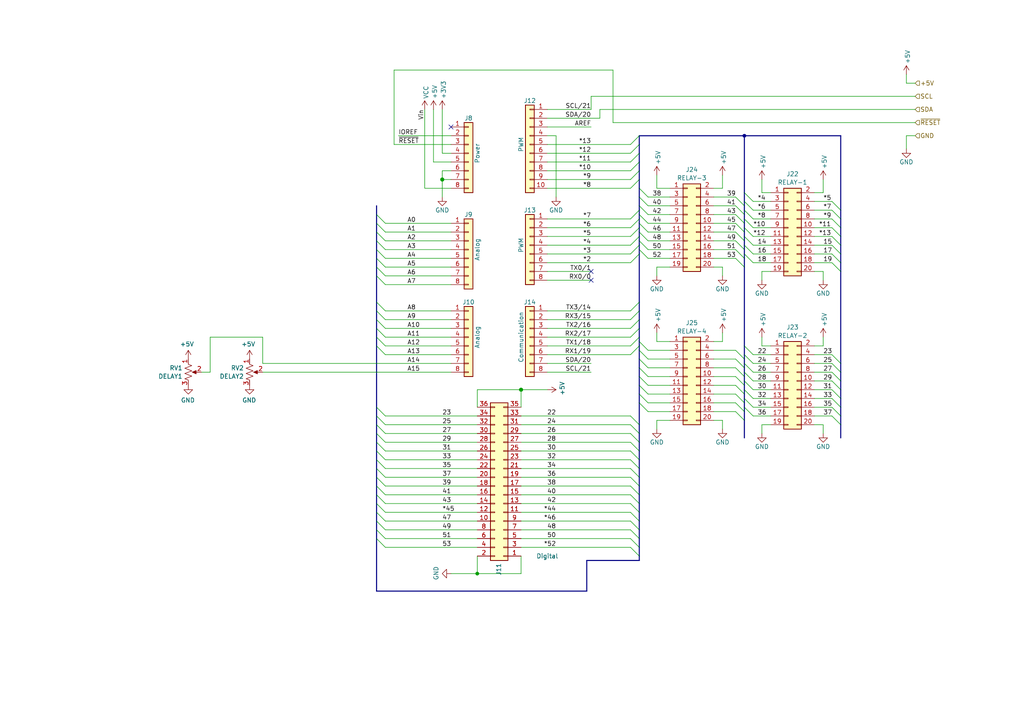
<source format=kicad_sch>
(kicad_sch (version 20230121) (generator eeschema)
  (paper "A4")
  (title_block (title "Relay Unit") (date "2023-09-16") (rev "Rev:0.01") (company "HOLLY&Co.,Ltd."))
  (lib_symbols
    (symbol "Connector_Generic:Conn_01x08" (pin_names (offset 1.016) hide)
      (property "Reference" "J" (at 0 10.16 0))
      (property "Value" "Conn_01x08" (at 0 -12.7 0))
      (symbol "Conn_01x08_1_1"
        (pin passive line (at -5.08 7.62 0) (length 3.81) (name "Pin_1") (number "1"))
        (pin passive line (at -5.08 5.08 0) (length 3.81) (name "Pin_2") (number "2"))
        (pin passive line (at -5.08 2.54 0) (length 3.81) (name "Pin_3") (number "3"))
        (pin passive line (at -5.08 0 0) (length 3.81) (name "Pin_4") (number "4"))
        (pin passive line (at -5.08 -2.54 0) (length 3.81) (name "Pin_5") (number "5"))
        (pin passive line (at -5.08 -5.08 0) (length 3.81) (name "Pin_6") (number "6"))
        (pin passive line (at -5.08 -7.62 0) (length 3.81) (name "Pin_7") (number "7"))
        (pin passive line (at -5.08 -10.16 0) (length 3.81) (name "Pin_8") (number "8"))
      )
    )
    (symbol "Connector_Generic:Conn_01x10" (pin_names (offset 1.016) hide)
      (property "Reference" "J" (at 0 12.7 0))
      (property "Value" "Conn_01x10" (at 0 -15.24 0))
      (symbol "Conn_01x10_1_1"
        (pin passive line (at -5.08 10.16 0) (length 3.81) (name "Pin_1") (number "1"))
        (pin passive line (at -5.08 -12.7 0) (length 3.81) (name "Pin_10") (number "10"))
        (pin passive line (at -5.08 7.62 0) (length 3.81) (name "Pin_2") (number "2"))
        (pin passive line (at -5.08 5.08 0) (length 3.81) (name "Pin_3") (number "3"))
        (pin passive line (at -5.08 2.54 0) (length 3.81) (name "Pin_4") (number "4"))
        (pin passive line (at -5.08 0 0) (length 3.81) (name "Pin_5") (number "5"))
        (pin passive line (at -5.08 -2.54 0) (length 3.81) (name "Pin_6") (number "6"))
        (pin passive line (at -5.08 -5.08 0) (length 3.81) (name "Pin_7") (number "7"))
        (pin passive line (at -5.08 -7.62 0) (length 3.81) (name "Pin_8") (number "8"))
        (pin passive line (at -5.08 -10.16 0) (length 3.81) (name "Pin_9") (number "9"))
      )
    )
    (symbol "Connector_Generic:Conn_02x10_Odd_Even" (pin_names (offset 1.016) hide)
      (property "Reference" "J" (at 1.27 12.7 0))
      (property "Value" "Conn_02x10_Odd_Even" (at 1.27 -15.24 0))
      (symbol "Conn_02x10_Odd_Even_1_1"
        (pin passive line (at -5.08 10.16 0) (length 3.81) (name "Pin_1") (number "1"))
        (pin passive line (at 7.62 0 180) (length 3.81) (name "Pin_10") (number "10"))
        (pin passive line (at -5.08 -2.54 0) (length 3.81) (name "Pin_11") (number "11"))
        (pin passive line (at 7.62 -2.54 180) (length 3.81) (name "Pin_12") (number "12"))
        (pin passive line (at -5.08 -5.08 0) (length 3.81) (name "Pin_13") (number "13"))
        (pin passive line (at 7.62 -5.08 180) (length 3.81) (name "Pin_14") (number "14"))
        (pin passive line (at -5.08 -7.62 0) (length 3.81) (name "Pin_15") (number "15"))
        (pin passive line (at 7.62 -7.62 180) (length 3.81) (name "Pin_16") (number "16"))
        (pin passive line (at -5.08 -10.16 0) (length 3.81) (name "Pin_17") (number "17"))
        (pin passive line (at 7.62 -10.16 180) (length 3.81) (name "Pin_18") (number "18"))
        (pin passive line (at -5.08 -12.7 0) (length 3.81) (name "Pin_19") (number "19"))
        (pin passive line (at 7.62 10.16 180) (length 3.81) (name "Pin_2") (number "2"))
        (pin passive line (at 7.62 -12.7 180) (length 3.81) (name "Pin_20") (number "20"))
        (pin passive line (at -5.08 7.62 0) (length 3.81) (name "Pin_3") (number "3"))
        (pin passive line (at 7.62 7.62 180) (length 3.81) (name "Pin_4") (number "4"))
        (pin passive line (at -5.08 5.08 0) (length 3.81) (name "Pin_5") (number "5"))
        (pin passive line (at 7.62 5.08 180) (length 3.81) (name "Pin_6") (number "6"))
        (pin passive line (at -5.08 2.54 0) (length 3.81) (name "Pin_7") (number "7"))
        (pin passive line (at 7.62 2.54 180) (length 3.81) (name "Pin_8") (number "8"))
        (pin passive line (at -5.08 0 0) (length 3.81) (name "Pin_9") (number "9"))
      )
    )
    (symbol "Connector_Generic:Conn_02x18_Odd_Even" (pin_names (offset 1.016) hide)
      (property "Reference" "J" (at 1.27 22.86 0))
      (property "Value" "Conn_02x18_Odd_Even" (at 1.27 -25.4 0))
      (symbol "Conn_02x18_Odd_Even_1_1"
        (pin passive line (at -5.08 20.32 0) (length 3.81) (name "Pin_1") (number "1"))
        (pin passive line (at 7.62 10.16 180) (length 3.81) (name "Pin_10") (number "10"))
        (pin passive line (at -5.08 7.62 0) (length 3.81) (name "Pin_11") (number "11"))
        (pin passive line (at 7.62 7.62 180) (length 3.81) (name "Pin_12") (number "12"))
        (pin passive line (at -5.08 5.08 0) (length 3.81) (name "Pin_13") (number "13"))
        (pin passive line (at 7.62 5.08 180) (length 3.81) (name "Pin_14") (number "14"))
        (pin passive line (at -5.08 2.54 0) (length 3.81) (name "Pin_15") (number "15"))
        (pin passive line (at 7.62 2.54 180) (length 3.81) (name "Pin_16") (number "16"))
        (pin passive line (at -5.08 0 0) (length 3.81) (name "Pin_17") (number "17"))
        (pin passive line (at 7.62 0 180) (length 3.81) (name "Pin_18") (number "18"))
        (pin passive line (at -5.08 -2.54 0) (length 3.81) (name "Pin_19") (number "19"))
        (pin passive line (at 7.62 20.32 180) (length 3.81) (name "Pin_2") (number "2"))
        (pin passive line (at 7.62 -2.54 180) (length 3.81) (name "Pin_20") (number "20"))
        (pin passive line (at -5.08 -5.08 0) (length 3.81) (name "Pin_21") (number "21"))
        (pin passive line (at 7.62 -5.08 180) (length 3.81) (name "Pin_22") (number "22"))
        (pin passive line (at -5.08 -7.62 0) (length 3.81) (name "Pin_23") (number "23"))
        (pin passive line (at 7.62 -7.62 180) (length 3.81) (name "Pin_24") (number "24"))
        (pin passive line (at -5.08 -10.16 0) (length 3.81) (name "Pin_25") (number "25"))
        (pin passive line (at 7.62 -10.16 180) (length 3.81) (name "Pin_26") (number "26"))
        (pin passive line (at -5.08 -12.7 0) (length 3.81) (name "Pin_27") (number "27"))
        (pin passive line (at 7.62 -12.7 180) (length 3.81) (name "Pin_28") (number "28"))
        (pin passive line (at -5.08 -15.24 0) (length 3.81) (name "Pin_29") (number "29"))
        (pin passive line (at -5.08 17.78 0) (length 3.81) (name "Pin_3") (number "3"))
        (pin passive line (at 7.62 -15.24 180) (length 3.81) (name "Pin_30") (number "30"))
        (pin passive line (at -5.08 -17.78 0) (length 3.81) (name "Pin_31") (number "31"))
        (pin passive line (at 7.62 -17.78 180) (length 3.81) (name "Pin_32") (number "32"))
        (pin passive line (at -5.08 -20.32 0) (length 3.81) (name "Pin_33") (number "33"))
        (pin passive line (at 7.62 -20.32 180) (length 3.81) (name "Pin_34") (number "34"))
        (pin passive line (at -5.08 -22.86 0) (length 3.81) (name "Pin_35") (number "35"))
        (pin passive line (at 7.62 -22.86 180) (length 3.81) (name "Pin_36") (number "36"))
        (pin passive line (at 7.62 17.78 180) (length 3.81) (name "Pin_4") (number "4"))
        (pin passive line (at -5.08 15.24 0) (length 3.81) (name "Pin_5") (number "5"))
        (pin passive line (at 7.62 15.24 180) (length 3.81) (name "Pin_6") (number "6"))
        (pin passive line (at -5.08 12.7 0) (length 3.81) (name "Pin_7") (number "7"))
        (pin passive line (at 7.62 12.7 180) (length 3.81) (name "Pin_8") (number "8"))
        (pin passive line (at -5.08 10.16 0) (length 3.81) (name "Pin_9") (number "9"))
      )
    )
    (symbol "Device:R_Potentiometer_US" (pin_names (offset 1.016) hide)
      (property "Reference" "RV" (at -4.445 0 90))
      (property "Value" "R_Potentiometer_US" (at -2.54 0 90))
      (symbol "R_Potentiometer_US_1_1"
        (pin passive line (at 0 3.81 270) (length 1.27) (name "1") (number "1"))
        (pin passive line (at 3.81 0 180) (length 1.27) (name "2") (number "2"))
        (pin passive line (at 0 -3.81 90) (length 1.27) (name "3") (number "3"))
      )
    )
    (symbol "power:+3V3" (power) (pin_names (offset 0))
      (property "Value" "+3V3" (at 0 3.556 0))
      (symbol "+3V3_1_1"
        (pin power_in line (at 0 0 90) (length 0) hide (name "+3V3") (number "1"))
      )
    )
    (symbol "power:+5V" (power) (pin_names (offset 0))
      (property "Value" "+5V" (at 0 3.556 0))
      (symbol "+5V_1_1"
        (pin power_in line (at 0 0 90) (length 0) hide (name "+5V") (number "1"))
      )
    )
    (symbol "power:GND" (power) (pin_names (offset 0))
      (property "Value" "GND" (at 0 -3.81 0))
      (symbol "GND_1_1"
        (pin power_in line (at 0 0 270) (length 0) hide (name "GND") (number "1"))
      )
    )
    (symbol "power:VCC" (power) (pin_names (offset 0))
      (property "Value" "VCC" (at 0 3.81 0))
      (symbol "VCC_1_1"
        (pin power_in line (at 0 0 90) (length 0) hide (name "VCC") (number "1"))
      )
    )
  )
  (junction (at 128.27 52.07) (diameter 1.016))
  (junction (at 151.13 113.03) (diameter 1.016))
  (junction (at 215.9 39.37))
  (junction (at 138.43 166.37))
  (no_connect (at 171.45 78.74))
  (no_connect (at 130.81 36.83))
  (no_connect (at 171.45 81.28))
  (bus_entry (at 109.22 135.89) (size 2.54 2.54))
  (bus_entry (at 185.42 59.69) (size 2.54 2.54))
  (bus_entry (at 182.88 120.65) (size 2.54 2.54))
  (bus_entry (at 182.88 100.33) (size 2.54 -2.54))
  (bus_entry (at 182.88 73.66) (size 2.54 -2.54))
  (bus_entry (at 215.9 58.42) (size 2.54 2.54))
  (bus_entry (at 182.88 41.91) (size 2.54 -2.54))
  (bus_entry (at 215.9 105.41) (size 2.54 2.54))
  (bus_entry (at 182.88 63.5) (size 2.54 -2.54))
  (bus_entry (at 182.88 92.71) (size 2.54 -2.54))
  (bus_entry (at 182.88 52.07) (size 2.54 -2.54))
  (bus_entry (at 241.3 118.11) (size 2.54 2.54))
  (bus_entry (at 182.88 130.81) (size 2.54 2.54))
  (bus_entry (at 241.3 71.12) (size 2.54 2.54))
  (bus_entry (at 109.22 64.77) (size 2.54 2.54))
  (bus_entry (at 241.3 102.87) (size 2.54 2.54))
  (bus_entry (at 241.3 58.42) (size 2.54 2.54))
  (bus_entry (at 215.9 100.33) (size 2.54 2.54))
  (bus_entry (at 182.88 54.61) (size 2.54 -2.54))
  (bus_entry (at 215.9 68.58) (size 2.54 2.54))
  (bus_entry (at 241.3 115.57) (size 2.54 2.54))
  (bus_entry (at 213.36 64.77) (size 2.54 2.54))
  (bus_entry (at 185.42 67.31) (size 2.54 2.54))
  (bus_entry (at 182.88 148.59) (size 2.54 2.54))
  (bus_entry (at 241.3 66.04) (size 2.54 2.54))
  (bus_entry (at 185.42 57.15) (size 2.54 2.54))
  (bus_entry (at 241.3 73.66) (size 2.54 2.54))
  (bus_entry (at 185.42 64.77) (size 2.54 2.54))
  (bus_entry (at 109.22 100.33) (size 2.54 2.54))
  (bus_entry (at 182.88 138.43) (size 2.54 2.54))
  (bus_entry (at 182.88 71.12) (size 2.54 -2.54))
  (bus_entry (at 182.88 76.2) (size 2.54 -2.54))
  (bus_entry (at 109.22 69.85) (size 2.54 2.54))
  (bus_entry (at 109.22 153.67) (size 2.54 2.54))
  (bus_entry (at 241.3 68.58) (size 2.54 2.54))
  (bus_entry (at 185.42 109.22) (size 2.54 2.54))
  (bus_entry (at 109.22 130.81) (size 2.54 2.54))
  (bus_entry (at 213.36 114.3) (size 2.54 2.54))
  (bus_entry (at 185.42 99.06) (size 2.54 2.54))
  (bus_entry (at 185.42 104.14) (size 2.54 2.54))
  (bus_entry (at 182.88 123.19) (size 2.54 2.54))
  (bus_entry (at 185.42 101.6) (size 2.54 2.54))
  (bus_entry (at 182.88 95.25) (size 2.54 -2.54))
  (bus_entry (at 185.42 54.61) (size 2.54 2.54))
  (bus_entry (at 109.22 118.11) (size 2.54 2.54))
  (bus_entry (at 241.3 76.2) (size 2.54 2.54))
  (bus_entry (at 185.42 114.3) (size 2.54 2.54))
  (bus_entry (at 109.22 97.79) (size 2.54 2.54))
  (bus_entry (at 109.22 151.13) (size 2.54 2.54))
  (bus_entry (at 213.36 69.85) (size 2.54 2.54))
  (bus_entry (at 182.88 151.13) (size 2.54 2.54))
  (bus_entry (at 109.22 123.19) (size 2.54 2.54))
  (bus_entry (at 213.36 106.68) (size 2.54 2.54))
  (bus_entry (at 213.36 62.23) (size 2.54 2.54))
  (bus_entry (at 215.9 55.88) (size 2.54 2.54))
  (bus_entry (at 215.9 102.87) (size 2.54 2.54))
  (bus_entry (at 213.36 67.31) (size 2.54 2.54))
  (bus_entry (at 182.88 90.17) (size 2.54 -2.54))
  (bus_entry (at 182.88 143.51) (size 2.54 2.54))
  (bus_entry (at 213.36 74.93) (size 2.54 2.54))
  (bus_entry (at 215.9 73.66) (size 2.54 2.54))
  (bus_entry (at 182.88 146.05) (size 2.54 2.54))
  (bus_entry (at 213.36 119.38) (size 2.54 2.54))
  (bus_entry (at 241.3 113.03) (size 2.54 2.54))
  (bus_entry (at 241.3 60.96) (size 2.54 2.54))
  (bus_entry (at 109.22 120.65) (size 2.54 2.54))
  (bus_entry (at 215.9 118.11) (size 2.54 2.54))
  (bus_entry (at 185.42 116.84) (size 2.54 2.54))
  (bus_entry (at 109.22 133.35) (size 2.54 2.54))
  (bus_entry (at 109.22 80.01) (size 2.54 2.54))
  (bus_entry (at 215.9 71.12) (size 2.54 2.54))
  (bus_entry (at 182.88 49.53) (size 2.54 -2.54))
  (bus_entry (at 109.22 140.97) (size 2.54 2.54))
  (bus_entry (at 182.88 128.27) (size 2.54 2.54))
  (bus_entry (at 185.42 62.23) (size 2.54 2.54))
  (bus_entry (at 215.9 66.04) (size 2.54 2.54))
  (bus_entry (at 213.36 116.84) (size 2.54 2.54))
  (bus_entry (at 109.22 90.17) (size 2.54 2.54))
  (bus_entry (at 241.3 63.5) (size 2.54 2.54))
  (bus_entry (at 109.22 62.23) (size 2.54 2.54))
  (bus_entry (at 185.42 69.85) (size 2.54 2.54))
  (bus_entry (at 241.3 120.65) (size 2.54 2.54))
  (bus_entry (at 182.88 102.87) (size 2.54 -2.54))
  (bus_entry (at 213.36 59.69) (size 2.54 2.54))
  (bus_entry (at 182.88 44.45) (size 2.54 -2.54))
  (bus_entry (at 182.88 158.75) (size 2.54 2.54))
  (bus_entry (at 109.22 125.73) (size 2.54 2.54))
  (bus_entry (at 182.88 46.99) (size 2.54 -2.54))
  (bus_entry (at 109.22 128.27) (size 2.54 2.54))
  (bus_entry (at 215.9 107.95) (size 2.54 2.54))
  (bus_entry (at 182.88 66.04) (size 2.54 -2.54))
  (bus_entry (at 185.42 106.68) (size 2.54 2.54))
  (bus_entry (at 182.88 68.58) (size 2.54 -2.54))
  (bus_entry (at 213.36 72.39) (size 2.54 2.54))
  (bus_entry (at 213.36 111.76) (size 2.54 2.54))
  (bus_entry (at 182.88 140.97) (size 2.54 2.54))
  (bus_entry (at 215.9 110.49) (size 2.54 2.54))
  (bus_entry (at 109.22 95.25) (size 2.54 2.54))
  (bus_entry (at 109.22 87.63) (size 2.54 2.54))
  (bus_entry (at 241.3 105.41) (size 2.54 2.54))
  (bus_entry (at 215.9 113.03) (size 2.54 2.54))
  (bus_entry (at 109.22 148.59) (size 2.54 2.54))
  (bus_entry (at 109.22 156.21) (size 2.54 2.54))
  (bus_entry (at 185.42 111.76) (size 2.54 2.54))
  (bus_entry (at 109.22 138.43) (size 2.54 2.54))
  (bus_entry (at 213.36 109.22) (size 2.54 2.54))
  (bus_entry (at 182.88 133.35) (size 2.54 2.54))
  (bus_entry (at 109.22 72.39) (size 2.54 2.54))
  (bus_entry (at 109.22 146.05) (size 2.54 2.54))
  (bus_entry (at 109.22 143.51) (size 2.54 2.54))
  (bus_entry (at 182.88 97.79) (size 2.54 -2.54))
  (bus_entry (at 213.36 57.15) (size 2.54 2.54))
  (bus_entry (at 213.36 101.6) (size 2.54 2.54))
  (bus_entry (at 241.3 110.49) (size 2.54 2.54))
  (bus_entry (at 215.9 115.57) (size 2.54 2.54))
  (bus_entry (at 109.22 74.93) (size 2.54 2.54))
  (bus_entry (at 109.22 67.31) (size 2.54 2.54))
  (bus_entry (at 182.88 125.73) (size 2.54 2.54))
  (bus_entry (at 241.3 107.95) (size 2.54 2.54))
  (bus_entry (at 182.88 153.67) (size 2.54 2.54))
  (bus_entry (at 109.22 92.71) (size 2.54 2.54))
  (bus_entry (at 182.88 135.89) (size 2.54 2.54))
  (bus_entry (at 109.22 77.47) (size 2.54 2.54))
  (bus_entry (at 215.9 63.5) (size 2.54 2.54))
  (bus_entry (at 213.36 104.14) (size 2.54 2.54))
  (bus_entry (at 215.9 60.96) (size 2.54 2.54))
  (bus_entry (at 185.42 72.39) (size 2.54 2.54))
  (bus_entry (at 182.88 156.21) (size 2.54 2.54))
  (wire (pts (xy 187.96 114.3) (xy 194.31 114.3)))
  (bus (pts (xy 185.42 138.43) (xy 185.42 140.97)))
  (wire (pts (xy 236.22 78.74) (xy 238.76 78.74)))
  (wire (pts (xy 265.43 27.94) (xy 171.45 27.94)))
  (wire (pts (xy 187.96 67.31) (xy 194.31 67.31)))
  (wire (pts (xy 209.55 99.06) (xy 209.55 96.52)))
  (wire (pts (xy 182.88 138.43) (xy 151.13 138.43)))
  (bus (pts (xy 185.42 104.14) (xy 185.42 106.68)))
  (bus (pts (xy 185.42 135.89) (xy 185.42 138.43)))
  (bus (pts (xy 215.9 60.96) (xy 215.9 62.23)))
  (bus (pts (xy 185.42 39.37) (xy 215.9 39.37)))
  (wire (pts (xy 138.43 120.65) (xy 111.76 120.65)))
  (wire (pts (xy 130.81 54.61) (xy 123.19 54.61)))
  (bus (pts (xy 215.9 72.39) (xy 215.9 73.66)))
  (wire (pts (xy 218.44 73.66) (xy 223.52 73.66)))
  (wire (pts (xy 236.22 123.19) (xy 238.76 123.19)))
  (wire (pts (xy 76.2 107.95) (xy 130.81 107.95)))
  (bus (pts (xy 215.9 102.87) (xy 215.9 104.14)))
  (bus (pts (xy 109.22 80.01) (xy 109.22 87.63)))
  (bus (pts (xy 185.42 69.85) (xy 185.42 71.12)))
  (bus (pts (xy 215.9 67.31) (xy 215.9 68.58)))
  (wire (pts (xy 187.96 59.69) (xy 194.31 59.69)))
  (wire (pts (xy 130.81 74.93) (xy 111.76 74.93)))
  (wire (pts (xy 158.75 34.29) (xy 173.99 34.29)))
  (wire (pts (xy 187.96 116.84) (xy 194.31 116.84)))
  (wire (pts (xy 207.01 116.84) (xy 213.36 116.84)))
  (wire (pts (xy 111.76 67.31) (xy 130.81 67.31)))
  (wire (pts (xy 207.01 99.06) (xy 209.55 99.06)))
  (wire (pts (xy 220.98 78.74) (xy 220.98 81.28)))
  (wire (pts (xy 187.96 62.23) (xy 194.31 62.23)))
  (bus (pts (xy 243.84 60.96) (xy 243.84 63.5)))
  (wire (pts (xy 209.55 77.47) (xy 209.55 80.01)))
  (bus (pts (xy 185.42 52.07) (xy 185.42 54.61)))
  (wire (pts (xy 60.96 97.79) (xy 60.96 107.95)))
  (bus (pts (xy 185.42 68.58) (xy 185.42 69.85)))
  (wire (pts (xy 158.75 66.04) (xy 182.88 66.04)))
  (bus (pts (xy 185.42 66.04) (xy 185.42 67.31)))
  (bus (pts (xy 109.22 156.21) (xy 109.22 171.45)))
  (bus (pts (xy 185.42 123.19) (xy 185.42 125.73)))
  (bus (pts (xy 243.84 107.95) (xy 243.84 110.49)))
  (wire (pts (xy 207.01 104.14) (xy 213.36 104.14)))
  (wire (pts (xy 182.88 128.27) (xy 151.13 128.27)))
  (wire (pts (xy 207.01 119.38) (xy 213.36 119.38)))
  (wire (pts (xy 111.76 92.71) (xy 130.81 92.71)))
  (wire (pts (xy 265.43 35.56) (xy 177.8 35.56)))
  (bus (pts (xy 243.84 73.66) (xy 243.84 76.2)))
  (bus (pts (xy 185.42 63.5) (xy 185.42 64.77)))
  (bus (pts (xy 185.42 39.37) (xy 185.42 41.91)))
  (wire (pts (xy 173.99 31.75) (xy 173.99 34.29)))
  (wire (pts (xy 220.98 100.33) (xy 220.98 97.79)))
  (bus (pts (xy 215.9 121.92) (xy 215.9 127)))
  (wire (pts (xy 187.96 104.14) (xy 194.31 104.14)))
  (wire (pts (xy 236.22 120.65) (xy 241.3 120.65)))
  (wire (pts (xy 158.75 41.91) (xy 182.88 41.91)))
  (wire (pts (xy 130.81 100.33) (xy 111.76 100.33)))
  (wire (pts (xy 138.43 156.21) (xy 111.76 156.21)))
  (wire (pts (xy 236.22 102.87) (xy 241.3 102.87)))
  (wire (pts (xy 207.01 54.61) (xy 209.55 54.61)))
  (wire (pts (xy 130.81 80.01) (xy 111.76 80.01)))
  (wire (pts (xy 187.96 119.38) (xy 194.31 119.38)))
  (wire (pts (xy 207.01 74.93) (xy 213.36 74.93)))
  (wire (pts (xy 138.43 148.59) (xy 111.76 148.59)))
  (bus (pts (xy 243.84 105.41) (xy 243.84 107.95)))
  (wire (pts (xy 220.98 55.88) (xy 220.98 52.07)))
  (wire (pts (xy 182.88 120.65) (xy 151.13 120.65)))
  (bus (pts (xy 109.22 148.59) (xy 109.22 151.13)))
  (bus (pts (xy 243.84 115.57) (xy 243.84 118.11)))
  (bus (pts (xy 185.42 100.33) (xy 185.42 101.6)))
  (wire (pts (xy 158.75 36.83) (xy 171.45 36.83)))
  (bus (pts (xy 243.84 63.5) (xy 243.84 66.04)))
  (wire (pts (xy 128.27 31.75) (xy 128.27 44.45)))
  (wire (pts (xy 123.19 54.61) (xy 123.19 31.75)))
  (wire (pts (xy 187.96 57.15) (xy 194.31 57.15)))
  (bus (pts (xy 215.9 77.47) (xy 215.9 100.33)))
  (wire (pts (xy 218.44 113.03) (xy 223.52 113.03)))
  (wire (pts (xy 236.22 107.95) (xy 241.3 107.95)))
  (bus (pts (xy 109.22 97.79) (xy 109.22 100.33)))
  (bus (pts (xy 185.42 67.31) (xy 185.42 68.58)))
  (wire (pts (xy 207.01 114.3) (xy 213.36 114.3)))
  (wire (pts (xy 236.22 115.57) (xy 241.3 115.57)))
  (wire (pts (xy 138.43 140.97) (xy 111.76 140.97)))
  (wire (pts (xy 262.89 39.37) (xy 262.89 43.18)))
  (bus (pts (xy 170.18 171.45) (xy 109.22 171.45)))
  (bus (pts (xy 215.9 113.03) (xy 215.9 114.3)))
  (wire (pts (xy 114.3 41.91) (xy 130.81 41.91)))
  (bus (pts (xy 109.22 67.31) (xy 109.22 69.85)))
  (wire (pts (xy 182.88 148.59) (xy 151.13 148.59)))
  (bus (pts (xy 185.42 46.99) (xy 185.42 49.53)))
  (wire (pts (xy 207.01 106.68) (xy 213.36 106.68)))
  (bus (pts (xy 109.22 146.05) (xy 109.22 148.59)))
  (wire (pts (xy 111.76 77.47) (xy 130.81 77.47)))
  (wire (pts (xy 182.88 130.81) (xy 151.13 130.81)))
  (wire (pts (xy 158.75 31.75) (xy 171.45 31.75)))
  (wire (pts (xy 218.44 105.41) (xy 223.52 105.41)))
  (wire (pts (xy 138.43 158.75) (xy 111.76 158.75)))
  (wire (pts (xy 158.75 78.74) (xy 171.45 78.74)))
  (bus (pts (xy 185.42 72.39) (xy 185.42 73.66)))
  (wire (pts (xy 177.8 35.56) (xy 177.8 20.32)))
  (wire (pts (xy 207.01 59.69) (xy 213.36 59.69)))
  (wire (pts (xy 236.22 105.41) (xy 241.3 105.41)))
  (bus (pts (xy 215.9 106.68) (xy 215.9 107.95)))
  (bus (pts (xy 109.22 69.85) (xy 109.22 72.39)))
  (wire (pts (xy 138.43 123.19) (xy 111.76 123.19)))
  (wire (pts (xy 194.31 99.06) (xy 190.5 99.06)))
  (wire (pts (xy 220.98 100.33) (xy 223.52 100.33)))
  (wire (pts (xy 138.43 138.43) (xy 111.76 138.43)))
  (bus (pts (xy 185.42 156.21) (xy 185.42 158.75)))
  (bus (pts (xy 185.42 60.96) (xy 185.42 62.23)))
  (bus (pts (xy 109.22 153.67) (xy 109.22 156.21)))
  (bus (pts (xy 215.9 104.14) (xy 215.9 105.41)))
  (wire (pts (xy 130.81 95.25) (xy 111.76 95.25)))
  (wire (pts (xy 161.29 39.37) (xy 161.29 57.15)))
  (bus (pts (xy 243.84 66.04) (xy 243.84 68.58)))
  (wire (pts (xy 236.22 60.96) (xy 241.3 60.96)))
  (wire (pts (xy 158.75 71.12) (xy 182.88 71.12)))
  (wire (pts (xy 138.43 113.03) (xy 138.43 118.11)))
  (bus (pts (xy 215.9 66.04) (xy 215.9 67.31)))
  (bus (pts (xy 185.42 143.51) (xy 185.42 146.05)))
  (wire (pts (xy 138.43 153.67) (xy 111.76 153.67)))
  (wire (pts (xy 218.44 118.11) (xy 223.52 118.11)))
  (bus (pts (xy 185.42 101.6) (xy 185.42 104.14)))
  (wire (pts (xy 130.81 90.17) (xy 111.76 90.17)))
  (bus (pts (xy 109.22 90.17) (xy 109.22 92.71)))
  (wire (pts (xy 111.76 97.79) (xy 130.81 97.79)))
  (wire (pts (xy 138.43 133.35) (xy 111.76 133.35)))
  (bus (pts (xy 185.42 92.71) (xy 185.42 95.25)))
  (bus (pts (xy 109.22 92.71) (xy 109.22 95.25)))
  (wire (pts (xy 158.75 49.53) (xy 182.88 49.53)))
  (wire (pts (xy 187.96 101.6) (xy 194.31 101.6)))
  (wire (pts (xy 194.31 54.61) (xy 190.5 54.61)))
  (wire (pts (xy 151.13 118.11) (xy 151.13 113.03)))
  (wire (pts (xy 207.01 62.23) (xy 213.36 62.23)))
  (wire (pts (xy 111.76 72.39) (xy 130.81 72.39)))
  (bus (pts (xy 185.42 57.15) (xy 185.42 59.69)))
  (wire (pts (xy 190.5 99.06) (xy 190.5 96.52)))
  (wire (pts (xy 218.44 58.42) (xy 223.52 58.42)))
  (bus (pts (xy 109.22 140.97) (xy 109.22 143.51)))
  (bus (pts (xy 185.42 130.81) (xy 185.42 133.35)))
  (wire (pts (xy 223.52 55.88) (xy 220.98 55.88)))
  (bus (pts (xy 243.84 123.19) (xy 243.84 127)))
  (bus (pts (xy 109.22 95.25) (xy 109.22 97.79)))
  (bus (pts (xy 215.9 68.58) (xy 215.9 69.85)))
  (bus (pts (xy 109.22 59.69) (xy 109.22 62.23)))
  (wire (pts (xy 207.01 111.76) (xy 213.36 111.76)))
  (wire (pts (xy 76.2 105.41) (xy 130.81 105.41)))
  (wire (pts (xy 236.22 113.03) (xy 241.3 113.03)))
  (wire (pts (xy 218.44 71.12) (xy 223.52 71.12)))
  (bus (pts (xy 215.9 71.12) (xy 215.9 72.39)))
  (bus (pts (xy 109.22 87.63) (xy 109.22 90.17)))
  (wire (pts (xy 158.75 73.66) (xy 182.88 73.66)))
  (wire (pts (xy 182.88 133.35) (xy 151.13 133.35)))
  (wire (pts (xy 138.43 125.73) (xy 111.76 125.73)))
  (wire (pts (xy 207.01 77.47) (xy 209.55 77.47)))
  (wire (pts (xy 190.5 121.92) (xy 190.5 124.46)))
  (bus (pts (xy 215.9 63.5) (xy 215.9 64.77)))
  (wire (pts (xy 218.44 76.2) (xy 223.52 76.2)))
  (wire (pts (xy 115.57 39.37) (xy 130.81 39.37)))
  (wire (pts (xy 138.43 146.05) (xy 111.76 146.05)))
  (bus (pts (xy 243.84 68.58) (xy 243.84 71.12)))
  (bus (pts (xy 109.22 135.89) (xy 109.22 138.43)))
  (wire (pts (xy 182.88 135.89) (xy 151.13 135.89)))
  (wire (pts (xy 158.75 107.95) (xy 171.45 107.95)))
  (wire (pts (xy 158.75 52.07) (xy 182.88 52.07)))
  (wire (pts (xy 158.75 44.45) (xy 182.88 44.45)))
  (bus (pts (xy 215.9 39.37) (xy 215.9 55.88)))
  (wire (pts (xy 207.01 67.31) (xy 213.36 67.31)))
  (bus (pts (xy 243.84 113.03) (xy 243.84 115.57)))
  (wire (pts (xy 182.88 158.75) (xy 151.13 158.75)))
  (bus (pts (xy 109.22 125.73) (xy 109.22 128.27)))
  (wire (pts (xy 158.75 46.99) (xy 182.88 46.99)))
  (wire (pts (xy 236.22 71.12) (xy 241.3 71.12)))
  (bus (pts (xy 243.84 78.74) (xy 243.84 105.41)))
  (bus (pts (xy 109.22 138.43) (xy 109.22 140.97)))
  (wire (pts (xy 111.76 82.55) (xy 130.81 82.55)))
  (bus (pts (xy 185.42 95.25) (xy 185.42 97.79)))
  (wire (pts (xy 138.43 161.29) (xy 138.43 166.37)))
  (wire (pts (xy 236.22 73.66) (xy 241.3 73.66)))
  (wire (pts (xy 207.01 101.6) (xy 213.36 101.6)))
  (bus (pts (xy 185.42 109.22) (xy 185.42 111.76)))
  (wire (pts (xy 187.96 64.77) (xy 194.31 64.77)))
  (wire (pts (xy 158.75 100.33) (xy 182.88 100.33)))
  (wire (pts (xy 130.81 69.85) (xy 111.76 69.85)))
  (wire (pts (xy 158.75 90.17) (xy 182.88 90.17)))
  (bus (pts (xy 185.42 161.29) (xy 185.42 162.56)))
  (wire (pts (xy 60.96 107.95) (xy 58.42 107.95)))
  (wire (pts (xy 187.96 111.76) (xy 194.31 111.76)))
  (bus (pts (xy 215.9 74.93) (xy 215.9 77.47)))
  (bus (pts (xy 215.9 100.33) (xy 215.9 102.87)))
  (bus (pts (xy 109.22 72.39) (xy 109.22 74.93)))
  (bus (pts (xy 215.9 64.77) (xy 215.9 66.04)))
  (bus (pts (xy 185.42 54.61) (xy 185.42 57.15)))
  (bus (pts (xy 185.42 153.67) (xy 185.42 156.21)))
  (wire (pts (xy 128.27 52.07) (xy 128.27 57.15)))
  (wire (pts (xy 138.43 151.13) (xy 111.76 151.13)))
  (wire (pts (xy 182.88 123.19) (xy 151.13 123.19)))
  (wire (pts (xy 171.45 27.94) (xy 171.45 31.75)))
  (wire (pts (xy 138.43 143.51) (xy 111.76 143.51)))
  (wire (pts (xy 218.44 66.04) (xy 223.52 66.04)))
  (wire (pts (xy 158.75 102.87) (xy 182.88 102.87)))
  (wire (pts (xy 128.27 49.53) (xy 128.27 52.07)))
  (wire (pts (xy 187.96 109.22) (xy 194.31 109.22)))
  (bus (pts (xy 215.9 105.41) (xy 215.9 106.68)))
  (bus (pts (xy 215.9 111.76) (xy 215.9 113.03)))
  (bus (pts (xy 185.42 140.97) (xy 185.42 143.51)))
  (wire (pts (xy 187.96 69.85) (xy 194.31 69.85)))
  (bus (pts (xy 185.42 146.05) (xy 185.42 148.59)))
  (wire (pts (xy 238.76 78.74) (xy 238.76 81.28)))
  (wire (pts (xy 236.22 63.5) (xy 241.3 63.5)))
  (wire (pts (xy 182.88 140.97) (xy 151.13 140.97)))
  (wire (pts (xy 238.76 123.19) (xy 238.76 125.73)))
  (wire (pts (xy 158.75 76.2) (xy 182.88 76.2)))
  (wire (pts (xy 138.43 135.89) (xy 111.76 135.89)))
  (bus (pts (xy 185.42 106.68) (xy 185.42 109.22)))
  (bus (pts (xy 185.42 111.76) (xy 185.42 114.3)))
  (bus (pts (xy 185.42 162.56) (xy 170.18 162.56)))
  (bus (pts (xy 185.42 87.63) (xy 185.42 90.17)))
  (wire (pts (xy 114.3 20.32) (xy 114.3 41.91)))
  (bus (pts (xy 185.42 62.23) (xy 185.42 63.5)))
  (wire (pts (xy 187.96 106.68) (xy 194.31 106.68)))
  (wire (pts (xy 218.44 120.65) (xy 223.52 120.65)))
  (bus (pts (xy 109.22 143.51) (xy 109.22 146.05)))
  (bus (pts (xy 243.84 71.12) (xy 243.84 73.66)))
  (wire (pts (xy 218.44 60.96) (xy 223.52 60.96)))
  (wire (pts (xy 262.89 24.13) (xy 262.89 21.59)))
  (bus (pts (xy 185.42 44.45) (xy 185.42 46.99)))
  (wire (pts (xy 151.13 113.03) (xy 138.43 113.03)))
  (bus (pts (xy 185.42 128.27) (xy 185.42 130.81)))
  (bus (pts (xy 243.84 110.49) (xy 243.84 113.03)))
  (wire (pts (xy 265.43 24.13) (xy 262.89 24.13)))
  (bus (pts (xy 215.9 116.84) (xy 215.9 118.11)))
  (wire (pts (xy 187.96 72.39) (xy 194.31 72.39)))
  (bus (pts (xy 215.9 110.49) (xy 215.9 111.76)))
  (wire (pts (xy 236.22 55.88) (xy 238.76 55.88)))
  (bus (pts (xy 185.42 73.66) (xy 185.42 87.63)))
  (wire (pts (xy 177.8 20.32) (xy 114.3 20.32)))
  (wire (pts (xy 207.01 57.15) (xy 213.36 57.15)))
  (bus (pts (xy 185.42 148.59) (xy 185.42 151.13)))
  (wire (pts (xy 218.44 102.87) (xy 223.52 102.87)))
  (bus (pts (xy 109.22 118.11) (xy 109.22 120.65)))
  (wire (pts (xy 182.88 125.73) (xy 151.13 125.73)))
  (wire (pts (xy 158.75 68.58) (xy 182.88 68.58)))
  (bus (pts (xy 185.42 97.79) (xy 185.42 99.06)))
  (wire (pts (xy 130.81 52.07) (xy 128.27 52.07)))
  (bus (pts (xy 185.42 59.69) (xy 185.42 60.96)))
  (wire (pts (xy 207.01 121.92) (xy 209.55 121.92)))
  (wire (pts (xy 158.75 105.41) (xy 171.45 105.41)))
  (bus (pts (xy 185.42 133.35) (xy 185.42 135.89)))
  (wire (pts (xy 236.22 76.2) (xy 241.3 76.2)))
  (wire (pts (xy 158.75 39.37) (xy 161.29 39.37)))
  (wire (pts (xy 218.44 110.49) (xy 223.52 110.49)))
  (bus (pts (xy 215.9 62.23) (xy 215.9 63.5)))
  (wire (pts (xy 236.22 68.58) (xy 241.3 68.58)))
  (wire (pts (xy 218.44 115.57) (xy 223.52 115.57)))
  (wire (pts (xy 151.13 166.37) (xy 138.43 166.37)))
  (bus (pts (xy 215.9 119.38) (xy 215.9 121.92)))
  (bus (pts (xy 243.84 118.11) (xy 243.84 120.65)))
  (wire (pts (xy 218.44 107.95) (xy 223.52 107.95)))
  (wire (pts (xy 236.22 58.42) (xy 241.3 58.42)))
  (wire (pts (xy 218.44 68.58) (xy 223.52 68.58)))
  (bus (pts (xy 243.84 120.65) (xy 243.84 123.19)))
  (bus (pts (xy 215.9 55.88) (xy 215.9 58.42)))
  (bus (pts (xy 109.22 128.27) (xy 109.22 130.81)))
  (wire (pts (xy 238.76 100.33) (xy 238.76 97.79)))
  (bus (pts (xy 109.22 77.47) (xy 109.22 80.01)))
  (wire (pts (xy 130.81 49.53) (xy 128.27 49.53)))
  (bus (pts (xy 109.22 130.81) (xy 109.22 133.35)))
  (wire (pts (xy 194.31 121.92) (xy 190.5 121.92)))
  (bus (pts (xy 185.42 114.3) (xy 185.42 116.84)))
  (wire (pts (xy 125.73 31.75) (xy 125.73 46.99)))
  (bus (pts (xy 215.9 109.22) (xy 215.9 110.49)))
  (wire (pts (xy 207.01 64.77) (xy 213.36 64.77)))
  (bus (pts (xy 109.22 74.93) (xy 109.22 77.47)))
  (bus (pts (xy 215.9 39.37) (xy 243.84 39.37)))
  (wire (pts (xy 265.43 39.37) (xy 262.89 39.37)))
  (wire (pts (xy 187.96 74.93) (xy 194.31 74.93)))
  (wire (pts (xy 182.88 151.13) (xy 151.13 151.13)))
  (wire (pts (xy 158.75 54.61) (xy 182.88 54.61)))
  (wire (pts (xy 207.01 69.85) (xy 213.36 69.85)))
  (wire (pts (xy 138.43 166.37) (xy 130.81 166.37)))
  (wire (pts (xy 238.76 55.88) (xy 238.76 52.07)))
  (bus (pts (xy 185.42 90.17) (xy 185.42 92.71)))
  (wire (pts (xy 182.88 153.67) (xy 151.13 153.67)))
  (wire (pts (xy 236.22 100.33) (xy 238.76 100.33)))
  (wire (pts (xy 138.43 128.27) (xy 111.76 128.27)))
  (wire (pts (xy 236.22 66.04) (xy 241.3 66.04)))
  (wire (pts (xy 111.76 102.87) (xy 130.81 102.87)))
  (wire (pts (xy 236.22 118.11) (xy 241.3 118.11)))
  (bus (pts (xy 109.22 120.65) (xy 109.22 123.19)))
  (wire (pts (xy 207.01 109.22) (xy 213.36 109.22)))
  (wire (pts (xy 207.01 72.39) (xy 213.36 72.39)))
  (wire (pts (xy 236.22 110.49) (xy 241.3 110.49)))
  (wire (pts (xy 218.44 63.5) (xy 223.52 63.5)))
  (bus (pts (xy 109.22 62.23) (xy 109.22 64.77)))
  (bus (pts (xy 185.42 71.12) (xy 185.42 72.39)))
  (wire (pts (xy 151.13 161.29) (xy 151.13 166.37)))
  (bus (pts (xy 185.42 116.84) (xy 185.42 123.19)))
  (wire (pts (xy 182.88 143.51) (xy 151.13 143.51)))
  (bus (pts (xy 243.84 76.2) (xy 243.84 78.74)))
  (wire (pts (xy 158.75 95.25) (xy 182.88 95.25)))
  (bus (pts (xy 185.42 151.13) (xy 185.42 153.67)))
  (wire (pts (xy 190.5 54.61) (xy 190.5 50.8)))
  (bus (pts (xy 215.9 69.85) (xy 215.9 71.12)))
  (wire (pts (xy 158.75 92.71) (xy 182.88 92.71)))
  (wire (pts (xy 128.27 44.45) (xy 130.81 44.45)))
  (wire (pts (xy 138.43 130.81) (xy 111.76 130.81)))
  (bus (pts (xy 215.9 59.69) (xy 215.9 60.96)))
  (bus (pts (xy 185.42 125.73) (xy 185.42 128.27)))
  (wire (pts (xy 158.75 97.79) (xy 182.88 97.79)))
  (wire (pts (xy 182.88 146.05) (xy 151.13 146.05)))
  (bus (pts (xy 109.22 100.33) (xy 109.22 118.11)))
  (wire (pts (xy 190.5 77.47) (xy 190.5 80.01)))
  (bus (pts (xy 185.42 64.77) (xy 185.42 66.04)))
  (wire (pts (xy 125.73 46.99) (xy 130.81 46.99)))
  (wire (pts (xy 130.81 64.77) (xy 111.76 64.77)))
  (wire (pts (xy 158.75 81.28) (xy 171.45 81.28)))
  (wire (pts (xy 265.43 31.75) (xy 173.99 31.75)))
  (bus (pts (xy 215.9 58.42) (xy 215.9 59.69)))
  (bus (pts (xy 215.9 118.11) (xy 215.9 119.38)))
  (wire (pts (xy 76.2 97.79) (xy 60.96 97.79)))
  (bus (pts (xy 215.9 114.3) (xy 215.9 115.57)))
  (bus (pts (xy 243.84 39.37) (xy 243.84 60.96)))
  (bus (pts (xy 109.22 151.13) (xy 109.22 153.67)))
  (wire (pts (xy 182.88 156.21) (xy 151.13 156.21)))
  (bus (pts (xy 185.42 99.06) (xy 185.42 100.33)))
  (wire (pts (xy 194.31 77.47) (xy 190.5 77.47)))
  (bus (pts (xy 215.9 115.57) (xy 215.9 116.84)))
  (bus (pts (xy 215.9 73.66) (xy 215.9 74.93)))
  (wire (pts (xy 76.2 105.41) (xy 76.2 97.79)))
  (bus (pts (xy 185.42 41.91) (xy 185.42 44.45)))
  (bus (pts (xy 185.42 49.53) (xy 185.42 52.07)))
  (wire (pts (xy 223.52 78.74) (xy 220.98 78.74)))
  (wire (pts (xy 223.52 123.19) (xy 220.98 123.19)))
  (wire (pts (xy 209.55 54.61) (xy 209.55 50.8)))
  (wire (pts (xy 220.98 123.19) (xy 220.98 125.73)))
  (bus (pts (xy 109.22 123.19) (xy 109.22 125.73)))
  (wire (pts (xy 158.75 63.5) (xy 182.88 63.5)))
  (wire (pts (xy 209.55 121.92) (xy 209.55 124.46)))
  (bus (pts (xy 215.9 107.95) (xy 215.9 109.22)))
  (bus (pts (xy 185.42 158.75) (xy 185.42 161.29)))
  (bus (pts (xy 109.22 64.77) (xy 109.22 67.31)))
  (wire (pts (xy 158.75 113.03) (xy 151.13 113.03)))
  (bus (pts (xy 170.18 162.56) (xy 170.18 171.45)))
  (bus (pts (xy 109.22 133.35) (xy 109.22 135.89)))
  (label "*6" (at 171.45 66.04 180))
  (label "*13" (at 171.45 41.91 180))
  (label "47" (at 128.27 151.13 0))
  (label "A10" (at 118.11 95.25 0))
  (label "A13" (at 118.11 102.87 0))
  (label "52" (at 189.23 74.93 0))
  (label "22" (at 161.29 120.65 180))
  (label "50" (at 189.23 72.39 0))
  (label "*45" (at 128.27 148.59 0))
  (label "SCL{slash}21" (at 171.45 107.95 180))
  (label "*10" (at 171.45 49.53 180))
  (label "*13" (at 237.49 68.58 0))
  (label "*44" (at 161.29 148.59 180))
  (label "50" (at 161.29 156.21 180))
  (label "51" (at 210.82 72.39 0))
  (label "A2" (at 118.11 69.85 0))
  (label "29" (at 238.76 110.49 0))
  (label "32" (at 219.71 115.57 0))
  (label "*8" (at 219.71 63.5 0))
  (label "48" (at 161.29 153.67 180))
  (label "26" (at 219.71 107.95 0))
  (label "27" (at 238.76 107.95 0))
  (label "*8" (at 171.45 54.61 180))
  (label "SDA{slash}20" (at 171.45 34.29 180))
  (label "43" (at 128.27 146.05 0))
  (label "SCL{slash}21" (at 171.45 31.75 180))
  (label "33" (at 128.27 133.35 0))
  (label "42" (at 189.23 62.23 0))
  (label "25" (at 238.76 105.41 0))
  (label "29" (at 128.27 128.27 0))
  (label "44" (at 189.23 64.77 0))
  (label "39" (at 210.82 57.15 0))
  (label "RX2{slash}17" (at 171.45 97.79 180))
  (label "TX3{slash}14" (at 171.45 90.17 180))
  (label "31" (at 128.27 130.81 0))
  (label "30" (at 219.71 113.03 0))
  (label "49" (at 128.27 153.67 0))
  (label "53" (at 210.82 74.93 0))
  (label "47" (at 210.82 67.31 0))
  (label "14" (at 219.71 71.12 0))
  (label "38" (at 161.29 140.97 180))
  (label "A7" (at 118.11 82.55 0))
  (label "42" (at 161.29 146.05 180))
  (label "A1" (at 118.11 67.31 0))
  (label "*5" (at 171.45 68.58 180))
  (label "A8" (at 118.11 90.17 0))
  (label "*4" (at 171.45 71.12 180))
  (label "*10" (at 218.44 66.04 0))
  (label "39" (at 128.27 140.97 0))
  (label "34" (at 161.29 135.89 180))
  (label "RX1{slash}19" (at 171.45 102.87 180))
  (label "15" (at 238.76 71.12 0))
  (label "A15" (at 118.11 107.95 0))
  (label "24" (at 219.71 105.41 0))
  (label "*12" (at 218.44 68.58 0))
  (label "26" (at 161.29 125.73 180))
  (label "AREF" (at 171.45 36.83 180))
  (label "*9" (at 238.76 63.5 0))
  (label "*46" (at 161.29 151.13 180))
  (label "37" (at 128.27 138.43 0))
  (label "18" (at 219.71 76.2 0))
  (label "SDA{slash}20" (at 171.45 105.41 180))
  (label "43" (at 210.82 62.23 0))
  (label "*9" (at 171.45 52.07 180))
  (label "35" (at 238.76 118.11 0))
  (label "TX2{slash}16" (at 171.45 95.25 180))
  (label "16" (at 219.71 73.66 0))
  (label "17" (at 238.76 73.66 0))
  (label "22" (at 219.71 102.87 0))
  (label "23" (at 128.27 120.65 0))
  (label "28" (at 219.71 110.49 0))
  (label "*7" (at 238.76 60.96 0))
  (label "33" (at 238.76 115.57 0))
  (label "32" (at 161.29 133.35 180))
  (label "*2" (at 171.45 76.2 180))
  (label "34" (at 219.71 118.11 0))
  (label "~{RESET}" (at 115.57 41.91 0))
  (label "TX0{slash}1" (at 171.45 78.74 180))
  (label "A11" (at 118.11 97.79 0))
  (label "51" (at 128.27 156.21 0))
  (label "23" (at 238.76 102.87 0))
  (label "*4" (at 219.71 58.42 0))
  (label "48" (at 189.23 69.85 0))
  (label "A14" (at 118.11 105.41 0))
  (label "A5" (at 118.11 77.47 0))
  (label "*52" (at 161.29 158.75 180))
  (label "45" (at 210.82 64.77 0))
  (label "*12" (at 171.45 44.45 180))
  (label "27" (at 128.27 125.73 0))
  (label "31" (at 238.76 113.03 0))
  (label "RX3{slash}15" (at 171.45 92.71 180))
  (label "A9" (at 118.11 92.71 0))
  (label "*7" (at 171.45 63.5 180))
  (label "Vin" (at 123.19 31.75 270))
  (label "53" (at 128.27 158.75 0))
  (label "36" (at 219.71 120.65 0))
  (label "41" (at 210.82 59.69 0))
  (label "40" (at 161.29 143.51 180))
  (label "40" (at 189.23 59.69 0))
  (label "19" (at 238.76 76.2 0))
  (label "46" (at 189.23 67.31 0))
  (label "41" (at 128.27 143.51 0))
  (label "36" (at 161.29 138.43 180))
  (label "*3" (at 171.45 73.66 180))
  (label "25" (at 128.27 123.19 0))
  (label "28" (at 161.29 128.27 180))
  (label "IOREF" (at 115.57 39.37 0))
  (label "35" (at 128.27 135.89 0))
  (label "A3" (at 118.11 72.39 0))
  (label "*11" (at 171.45 46.99 180))
  (label "A0" (at 118.11 64.77 0))
  (label "A12" (at 118.11 100.33 0))
  (label "*11" (at 237.49 66.04 0))
  (label "TX1{slash}18" (at 171.45 100.33 180))
  (label "A6" (at 118.11 80.01 0))
  (label "24" (at 161.29 123.19 180))
  (label "*6" (at 219.71 60.96 0))
  (label "30" (at 161.29 130.81 180))
  (label "A4" (at 118.11 74.93 0))
  (label "RX0{slash}0" (at 171.45 81.28 180))
  (label "49" (at 210.82 69.85 0))
  (label "37" (at 238.76 120.65 0))
  (label "*5" (at 238.76 58.42 0))
  (label "38" (at 189.23 57.15 0))
  (hierarchical_label "SDA" (shape input) (at 265.43 31.75 0))
  (hierarchical_label "SCL" (shape input) (at 265.43 27.94 0))
  (hierarchical_label "+5V" (shape input) (at 265.43 24.13 0))
  (hierarchical_label "~{RESET}" (shape input) (at 265.43 35.56 0))
  (hierarchical_label "GND" (shape input) (at 265.43 39.37 0))
  (symbol (lib_id "power:GND") (at 209.55 80.01 0) (unit 1)
    (property "Reference" "#PWR013" (effects hide))
    (property "Value" "GND" (at 209.55 83.82 0))
    (instances (project "k2503100" (path "" (reference "#PWR013") (unit 1)) (path "" (reference "#PWR044") (unit 1))))
  )
  (symbol (lib_id "power:GND") (at 209.55 124.46 0) (unit 1)
    (property "Reference" "#PWR013" (effects hide))
    (property "Value" "GND" (at 209.55 128.27 0))
    (instances (project "k2503100" (path "" (reference "#PWR013") (unit 1)) (path "" (reference "#PWR047") (unit 1))))
  )
  (symbol (lib_id "power:GND") (at 190.5 124.46 0) (unit 1)
    (property "Reference" "#PWR013" (effects hide))
    (property "Value" "GND" (at 190.5 128.27 0))
    (instances (project "k2503100" (path "" (reference "#PWR013") (unit 1)) (path "" (reference "#PWR046") (unit 1))))
  )
  (symbol (lib_id "Connector_Generic:Conn_01x08") (at 153.67 97.79 0) (mirror y) (unit 1)
    (property "Reference" "J14" (at 153.67 87.63 0))
    (property "Value" "Communication" (at 151.13 97.79 90))
    (property "Footprint" "Connector_PinSocket_2.54mm:PinSocket_1x08_P2.54mm_Vertical" (effects hide))
  )
  (symbol (lib_id "Connector_Generic:Conn_02x18_Odd_Even") (at 146.05 140.97 180) (unit 1)
    (property "Reference" "J11" (at 144.6594 163.3221 90) (effects (justify left)))
    (property "Value" "Digital" (at 158.75 161.29 0))
    (property "Footprint" "Connector_PinSocket_2.54mm:PinSocket_2x18_P2.54mm_Vertical" (effects hide))
    (instances (project "k2503100" (path "" (reference "J11") (unit 1)) (path "" (reference "J8") (unit 1))))
  )
  (symbol (lib_id "power:GND") (at 128.27 57.15 0) (unit 1)
    (property "Reference" "#PWR012" (effects hide))
    (property "Value" "GND" (at 128.27 60.96 0))
  )
  (symbol (lib_id "Connector_Generic:Conn_01x10") (at 153.67 41.91 0) (mirror y) (unit 1)
    (property "Reference" "J12" (at 153.67 29.21 0))
    (property "Value" "PWM" (at 151.13 41.91 90))
    (property "Footprint" "Connector_PinSocket_2.54mm:PinSocket_1x10_P2.54mm_Vertical" (effects hide))
  )
  (symbol (lib_id "Connector_Generic:Conn_01x08") (at 135.89 44.45 0) (unit 1)
    (property "Reference" "J8" (at 135.89 34.29 0))
    (property "Value" "Power" (at 138.43 44.45 90))
    (property "Footprint" "Connector_PinSocket_2.54mm:PinSocket_1x08_P2.54mm_Vertical" (effects hide))
    (instances (project "k2503100" (path "" (reference "J8") (unit 1)) (path "" (reference "J9") (unit 1))))
  )
  (symbol (lib_id "power:+5V") (at 220.98 52.07 0) (unit 1)
    (property "Reference" "#PWR010" (effects hide))
    (property "Value" "+5V" (at 221.3356 49.022 90) (effects (justify left)))
    (instances (project "k2503100" (path "" (reference "#PWR010") (unit 1)) (path "" (reference "#PWR035") (unit 1))))
  )
  (symbol (lib_id "Connector_Generic:Conn_01x08") (at 135.89 72.39 0) (unit 1)
    (property "Reference" "J9" (at 135.89 62.23 0))
    (property "Value" "Analog" (at 138.43 72.39 90))
    (property "Footprint" "Connector_PinSocket_2.54mm:PinSocket_1x08_P2.54mm_Vertical" (effects hide))
    (instances (project "k2503100" (path "" (reference "J9") (unit 1)) (path "" (reference "J10") (unit 1))))
  )
  (symbol (lib_id "power:VCC") (at 123.19 31.75 0) (unit 1)
    (property "Reference" "#PWR09" (effects hide))
    (property "Value" "VCC" (at 123.571 28.702 90) (effects (justify left)))
  )
  (symbol (lib_id "power:GND") (at 54.61 111.76 0) (mirror y) (unit 1)
    (property "Reference" "#PWR08" (effects hide))
    (property "Value" "GND" (at 54.4957 116.0844 0))
    (instances (project "k2503100" (path "" (reference "#PWR08") (unit 1)) (path "" (reference "#PWR031") (unit 1))))
  )
  (symbol (lib_id "Connector_Generic:Conn_02x10_Odd_Even") (at 228.6 110.49 0) (unit 1)
    (property "Reference" "J23" (at 229.87 94.9157 0))
    (property "Value" "RELAY-2" (at 229.87 97.3399 0))
  )
  (symbol (lib_id "power:+5V") (at 238.76 97.79 0) (unit 1)
    (property "Reference" "#PWR010" (effects hide))
    (property "Value" "+5V" (at 239.1156 94.742 90) (effects (justify left)))
    (instances (project "k2503100" (path "" (reference "#PWR010") (unit 1)) (path "" (reference "#PWR041") (unit 1))))
  )
  (symbol (lib_id "power:+5V") (at 158.75 113.03 270) (mirror x) (unit 1)
    (property "Reference" "#PWR014" (effects hide))
    (property "Value" "+5V" (at 163.0744 112.6617 0))
    (instances (project "k2503100" (path "" (reference "#PWR014") (unit 1)) (path "" (reference "#PWR013") (unit 1))))
  )
  (symbol (lib_id "Connector_Generic:Conn_01x08") (at 135.89 97.79 0) (unit 1)
    (property "Reference" "J10" (at 135.89 87.63 0))
    (property "Value" "Analog" (at 138.43 97.79 90))
    (property "Footprint" "Connector_PinSocket_2.54mm:PinSocket_1x08_P2.54mm_Vertical" (effects hide))
    (instances (project "k2503100" (path "" (reference "J10") (unit 1)) (path "" (reference "J11") (unit 1))))
  )
  (symbol (lib_id "power:+5V") (at 262.89 21.59 0) (unit 1)
    (property "Reference" "#PWR010" (effects hide))
    (property "Value" "+5V" (at 263.2456 18.542 90) (effects (justify left)))
    (instances (project "k2503100" (path "" (reference "#PWR010") (unit 1)) (path "" (reference "#PWR029") (unit 1))))
  )
  (symbol (lib_id "power:GND") (at 72.39 111.76 0) (mirror y) (unit 1)
    (property "Reference" "#PWR08" (effects hide))
    (property "Value" "GND" (at 72.2757 116.0844 0))
    (instances (project "k2503100" (path "" (reference "#PWR08") (unit 1)) (path "" (reference "#PWR030") (unit 1))))
  )
  (symbol (lib_id "power:+5V") (at 209.55 96.52 0) (unit 1)
    (property "Reference" "#PWR010" (effects hide))
    (property "Value" "+5V" (at 209.9056 93.472 90) (effects (justify left)))
    (instances (project "k2503100" (path "" (reference "#PWR010") (unit 1)) (path "" (reference "#PWR039") (unit 1))))
  )
  (symbol (lib_id "power:+5V") (at 72.39 104.14 0) (mirror y) (unit 1)
    (property "Reference" "#PWR014" (effects hide))
    (property "Value" "+5V" (at 72.0217 99.8156 0))
    (instances (project "k2503100" (path "" (reference "#PWR014") (unit 1)) (path "" (reference "#PWR032") (unit 1))))
  )
  (symbol (lib_id "Connector_Generic:Conn_02x10_Odd_Even") (at 228.6 66.04 0) (unit 1)
    (property "Reference" "J22" (at 229.87 50.4657 0))
    (property "Value" "RELAY-1" (at 229.87 52.8899 0))
  )
  (symbol (lib_id "power:+5V") (at 125.73 31.75 0) (unit 1)
    (property "Reference" "#PWR010" (effects hide))
    (property "Value" "+5V" (at 126.0856 28.702 90) (effects (justify left)))
  )
  (symbol (lib_id "power:+5V") (at 238.76 52.07 0) (unit 1)
    (property "Reference" "#PWR010" (effects hide))
    (property "Value" "+5V" (at 239.1156 49.022 90) (effects (justify left)))
    (instances (project "k2503100" (path "" (reference "#PWR010") (unit 1)) (path "" (reference "#PWR034") (unit 1))))
  )
  (symbol (lib_id "Device:R_Potentiometer_US") (at 54.61 107.95 0) (unit 1)
    (property "Reference" "RV1" (at 52.959 106.7379 0) (effects (justify right)))
    (property "Value" "DELAY1" (at 52.959 109.1621 0) (effects (justify right)))
  )
  (symbol (lib_id "power:GND") (at 130.81 166.37 270) (mirror x) (unit 1)
    (property "Reference" "#PWR08" (effects hide))
    (property "Value" "GND" (at 126.4856 166.2557 0))
  )
  (symbol (lib_id "power:GND") (at 190.5 80.01 0) (unit 1)
    (property "Reference" "#PWR013" (effects hide))
    (property "Value" "GND" (at 190.5 83.82 0))
    (instances (project "k2503100" (path "" (reference "#PWR013") (unit 1)) (path "" (reference "#PWR045") (unit 1))))
  )
  (symbol (lib_id "power:+5V") (at 190.5 50.8 0) (unit 1)
    (property "Reference" "#PWR010" (effects hide))
    (property "Value" "+5V" (at 190.8556 47.752 90) (effects (justify left)))
    (instances (project "k2503100" (path "" (reference "#PWR010") (unit 1)) (path "" (reference "#PWR037") (unit 1))))
  )
  (symbol (lib_id "power:+5V") (at 54.61 104.14 0) (mirror y) (unit 1)
    (property "Reference" "#PWR014" (effects hide))
    (property "Value" "+5V" (at 54.2417 99.8156 0))
    (instances (project "k2503100" (path "" (reference "#PWR014") (unit 1)) (path "" (reference "#PWR033") (unit 1))))
  )
  (symbol (lib_id "Device:R_Potentiometer_US") (at 72.39 107.95 0) (unit 1)
    (property "Reference" "RV2" (at 70.739 106.7379 0) (effects (justify right)))
    (property "Value" "DELAY2" (at 70.739 109.1621 0) (effects (justify right)))
  )
  (symbol (lib_id "power:GND") (at 238.76 81.28 0) (unit 1)
    (property "Reference" "#PWR013" (effects hide))
    (property "Value" "GND" (at 238.76 85.09 0))
    (instances (project "k2503100" (path "" (reference "#PWR013") (unit 1)) (path "" (reference "#PWR042") (unit 1))))
  )
  (symbol (lib_id "power:+5V") (at 209.55 50.8 0) (unit 1)
    (property "Reference" "#PWR010" (effects hide))
    (property "Value" "+5V" (at 209.9056 47.752 90) (effects (justify left)))
    (instances (project "k2503100" (path "" (reference "#PWR010") (unit 1)) (path "" (reference "#PWR036") (unit 1))))
  )
  (symbol (lib_id "power:GND") (at 262.89 43.18 0) (unit 1)
    (property "Reference" "#PWR013" (effects hide))
    (property "Value" "GND" (at 262.89 46.99 0))
    (instances (project "k2503100" (path "" (reference "#PWR013") (unit 1)) (path "" (reference "#PWR028") (unit 1))))
  )
  (symbol (lib_id "power:+5V") (at 190.5 96.52 0) (unit 1)
    (property "Reference" "#PWR010" (effects hide))
    (property "Value" "+5V" (at 190.8556 93.472 90) (effects (justify left)))
    (instances (project "k2503100" (path "" (reference "#PWR010") (unit 1)) (path "" (reference "#PWR038") (unit 1))))
  )
  (symbol (lib_id "power:GND") (at 220.98 125.73 0) (unit 1)
    (property "Reference" "#PWR013" (effects hide))
    (property "Value" "GND" (at 220.98 129.54 0))
    (instances (project "k2503100" (path "" (reference "#PWR013") (unit 1)) (path "" (reference "#PWR048") (unit 1))))
  )
  (symbol (lib_id "Connector_Generic:Conn_02x10_Odd_Even") (at 199.39 109.22 0) (unit 1)
    (property "Reference" "J25" (at 200.66 93.6457 0))
    (property "Value" "RELAY-4" (at 200.66 96.0699 0))
  )
  (symbol (lib_id "power:GND") (at 220.98 81.28 0) (unit 1)
    (property "Reference" "#PWR013" (effects hide))
    (property "Value" "GND" (at 220.98 85.09 0))
    (instances (project "k2503100" (path "" (reference "#PWR013") (unit 1)) (path "" (reference "#PWR043") (unit 1))))
  )
  (symbol (lib_id "Connector_Generic:Conn_01x08") (at 153.67 71.12 0) (mirror y) (unit 1)
    (property "Reference" "J13" (at 153.67 60.96 0))
    (property "Value" "PWM" (at 151.13 71.12 90))
    (property "Footprint" "Connector_PinSocket_2.54mm:PinSocket_1x08_P2.54mm_Vertical" (effects hide))
  )
  (symbol (lib_id "Connector_Generic:Conn_02x10_Odd_Even") (at 199.39 64.77 0) (unit 1)
    (property "Reference" "J24" (at 200.66 49.1957 0))
    (property "Value" "RELAY-3" (at 200.66 51.6199 0))
  )
  (symbol (lib_id "power:GND") (at 238.76 125.73 0) (unit 1)
    (property "Reference" "#PWR013" (effects hide))
    (property "Value" "GND" (at 238.76 129.54 0))
    (instances (project "k2503100" (path "" (reference "#PWR013") (unit 1)) (path "" (reference "#PWR049") (unit 1))))
  )
  (symbol (lib_id "power:+3V3") (at 128.27 31.75 0) (unit 1)
    (property "Reference" "#PWR011" (effects hide))
    (property "Value" "+3.3V" (at 128.651 28.702 90) (effects (justify left)))
  )
  (symbol (lib_id "power:GND") (at 161.29 57.15 0) (unit 1)
    (property "Reference" "#PWR013" (effects hide))
    (property "Value" "GND" (at 161.29 60.96 0))
    (instances (project "k2503100" (path "" (reference "#PWR013") (unit 1)) (path "" (reference "#PWR014") (unit 1))))
  )
  (symbol (lib_id "power:+5V") (at 220.98 97.79 0) (unit 1)
    (property "Reference" "#PWR010" (effects hide))
    (property "Value" "+5V" (at 221.3356 94.742 90) (effects (justify left)))
    (instances (project "k2503100" (path "" (reference "#PWR010") (unit 1)) (path "" (reference "#PWR040") (unit 1))))
  )
)
</source>
